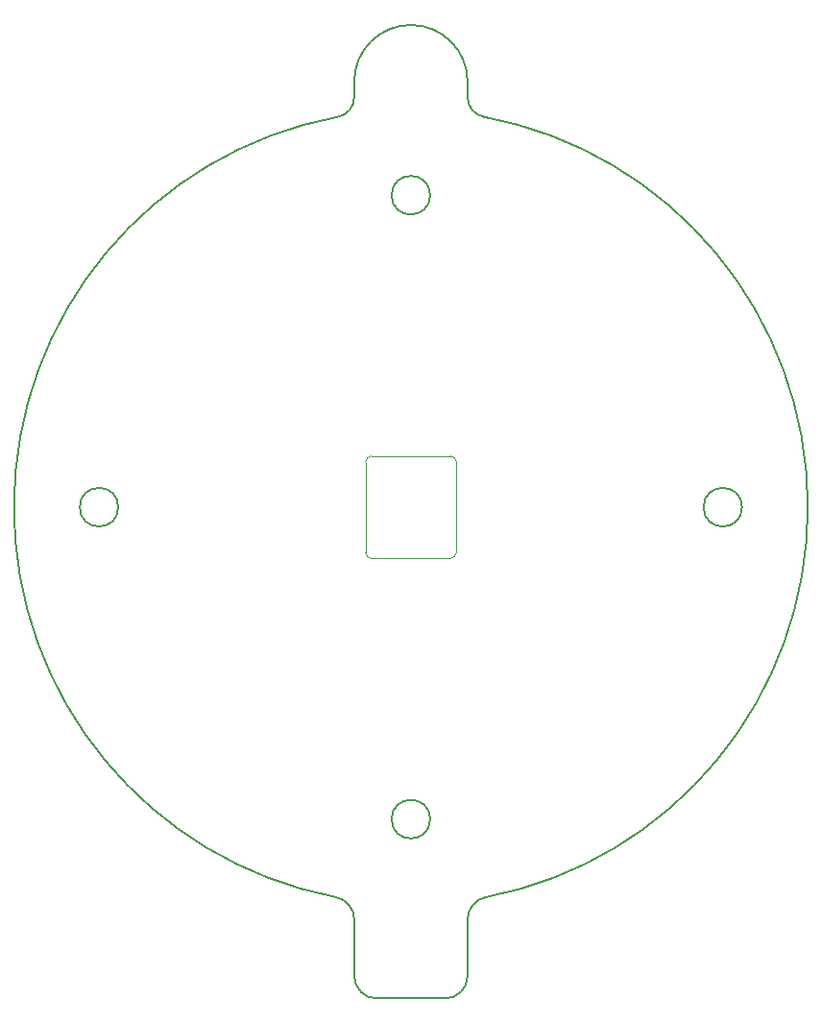
<source format=gm1>
%TF.GenerationSoftware,KiCad,Pcbnew,(5.99.0-7341-g2f3ca60c5e)*%
%TF.CreationDate,2020-12-04T16:45:41+01:00*%
%TF.ProjectId,pcb,7063622e-6b69-4636-9164-5f7063625858,rev?*%
%TF.SameCoordinates,Original*%
%TF.FileFunction,Profile,NP*%
%FSLAX46Y46*%
G04 Gerber Fmt 4.6, Leading zero omitted, Abs format (unit mm)*
G04 Created by KiCad (PCBNEW (5.99.0-7341-g2f3ca60c5e)) date 2020-12-04 16:45:41*
%MOMM*%
%LPD*%
G01*
G04 APERTURE LIST*
%TA.AperFunction,Profile*%
%ADD10C,0.200000*%
%TD*%
%TA.AperFunction,Profile*%
%ADD11C,0.100000*%
%TD*%
G04 APERTURE END LIST*
D10*
X29200000Y0D02*
G75*
G03*
X29200000Y0I-1700000J0D01*
G01*
D11*
X-4000000Y4000000D02*
X-4000000Y-4000000D01*
D10*
X6428572Y34404555D02*
G75*
G02*
X6621621Y-34367922I-6428572J-34404555D01*
G01*
X-6621621Y-34367923D02*
G75*
G02*
X-4999999Y-36331804I-378378J-1963881D01*
G01*
X5000000Y37500000D02*
X5000000Y36124783D01*
D11*
X-3500000Y-4500000D02*
X3500000Y-4500000D01*
D10*
X5000000Y-41301270D02*
G75*
G02*
X3000000Y-43301270I-2000000J0D01*
G01*
D11*
X4000000Y-4000000D02*
X4000000Y4000000D01*
X3500000Y4500000D02*
X-3500000Y4500000D01*
X-4000000Y4000000D02*
G75*
G02*
X-3500000Y4500000I500000J0D01*
G01*
D10*
X1700000Y-27500000D02*
G75*
G03*
X1700000Y-27500000I-1700000J0D01*
G01*
D11*
X-3500000Y-4500000D02*
G75*
G02*
X-4000000Y-4000000I0J500000D01*
G01*
D10*
X5000000Y-36331804D02*
X5000000Y-41301270D01*
X-6621622Y-34367922D02*
G75*
G02*
X-6428571Y34404555I6621622J34367922D01*
G01*
X-25800000Y0D02*
G75*
G03*
X-25800000Y0I-1700000J0D01*
G01*
D11*
X4000000Y-4000000D02*
G75*
G02*
X3500000Y-4500000I-500000J0D01*
G01*
X3500000Y4500000D02*
G75*
G02*
X4000000Y4000000I0J-500000D01*
G01*
D10*
X-5000000Y37500000D02*
X-5000000Y36124783D01*
X6428571Y34404556D02*
G75*
G02*
X5000000Y36124783I321428J1720227D01*
G01*
X1700000Y27500000D02*
G75*
G03*
X1700000Y27500000I-1700000J0D01*
G01*
X3000000Y-43301270D02*
X-3000000Y-43301270D01*
X-4999999Y36124782D02*
G75*
G02*
X-6428571Y34404555I-1750000J1D01*
G01*
X-3000000Y-43301270D02*
G75*
G02*
X-5000000Y-41301270I0J2000000D01*
G01*
X-5000000Y37500000D02*
G75*
G02*
X5000000Y37500000I5000000J0D01*
G01*
X4999998Y-36331803D02*
G75*
G02*
X6621621Y-34367922I2000001J-1D01*
G01*
X-5000000Y-41301270D02*
X-4999999Y-36331804D01*
M02*

</source>
